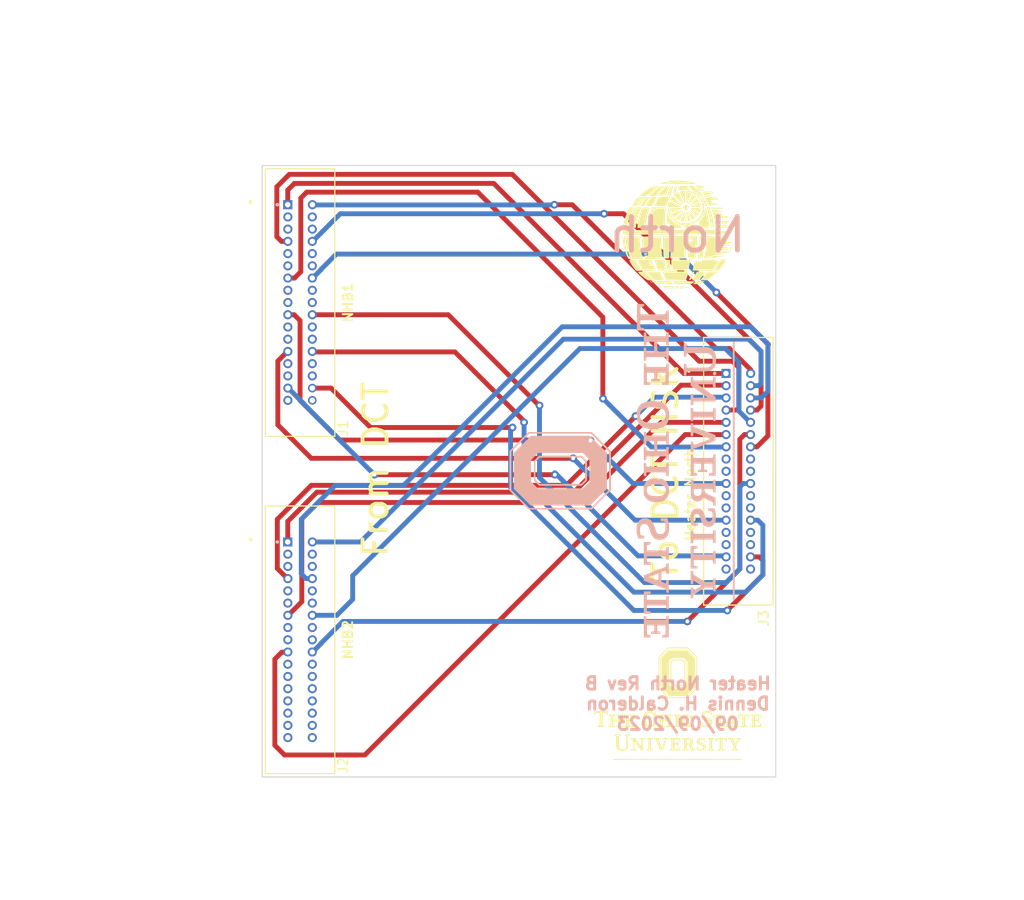
<source format=kicad_pcb>
(kicad_pcb (version 20221018) (generator pcbnew)
  (title_block (title "Heater North") (date "2023-09-09") (company "The Ohio State University") (comment 1 "Board Size: 2.5\" Wide; 2.1\" Deep") (comment 2 "Mounting Holes are #4-40 clearnace size"))
  (layers (0 "F.Cu" signal) (31 "B.Cu" signal) (34 "B.Paste" user) (35 "F.Paste" user) (36 "B.SilkS" user "B.Silkscreen") (37 "F.SilkS" user "F.Silkscreen") (38 "B.Mask" user) (39 "F.Mask" user) (44 "Edge.Cuts" user))
  (net 0 "")
  (net 1 "/HB1_1")
  (net 2 "/HB1_2")
  (net 7 "/HB1_7")
  (net 8 "/HB1_8")
  (net 13 "/HB1_13")
  (net 14 "/HB1_14")
  (net 19 "/HB1_19")
  (net 20 "/HB1_20")
  (net 25 "/HB1_25")
  (net 26 "/HB1_26")
  (net 31 "/HB1_31")
  (net 32 "/HB1_32")
  (net 35 "/HB2_1")
  (net 36 "/HB2_2")
  (net 41 "/HB2_7")
  (net 42 "/HB2_8")
  (net 47 "/HB2_13")
  (net 48 "/HB2_14")
  (net 53 "/HB2_19")
  (net 54 "/HB2_20")
  (footprint "LOGO" (layer "F.Cu") (at 144.78 58.42)
    (fp_text reference "G***" hide)
    (fp_text value "LOGO" hide)
  )
  (footprint "MountingHole:MountingHole_3.2mm_M3_DIN965" (layer "F.Cu") (at 128.27 63.5)
    (fp_text reference "REF**" hide)
    (fp_text value "H1")
    (pad "" np_thru_hole circle (at 0 0) (size 3.2 3.2) (drill 3.2) (layers "*.Cu" "*.Mask"))
  )
  (footprint "HELIX:HELIX_DCT_ICDconnector34pin_corrected" (layer "F.Cu") (at 105.537 100.0506 -90)
    (fp_text reference "J2" (at 13.0556 -4.4704 90) (layer "F.SilkS"))
    (fp_text value "NHB2" (at 0.000001 -4.953 90) (layer "F.SilkS") (effects (font (thickness 0.2) bold)))
    (pad "1" thru_hole rect locked (at -10.16 1.28016 270) (size 0.9408 0.9408) (drill 0.56) (layers "*.Cu" "*.Mask") (net 35 "/HB2_1"))
    (pad "2" thru_hole circle locked (at -10.16 -1.28016 270) (size 0.9408 0.9408) (drill 0.56) (layers "*.Cu" "*.Mask") (net 36 "/HB2_2"))
    (pad "3" thru_hole circle locked (at -8.89 1.27 270) (size 0.9408 0.9408) (drill 0.56) (layers "*.Cu" "*.Mask"))
    (pad "4" thru_hole circle locked (at -8.89 -1.27 270) (size 0.9408 0.9408) (drill 0.56) (layers "*.Cu" "*.Mask"))
    (pad "5" thru_hole circle locked (at -7.62 1.27 270) (size 0.9408 0.9408) (drill 0.56) (layers "*.Cu" "*.Mask"))
    (pad "6" thru_hole circle locked (at -7.62 -1.27 270) (size 0.9408 0.9408) (drill 0.56) (layers "*.Cu" "*.Mask"))
    (pad "7" thru_hole circle locked (at -6.35 1.27 270) (size 0.9408 0.9408) (drill 0.56) (layers "*.Cu" "*.Mask") (net 41 "/HB2_7"))
    (pad "8" thru_hole circle locked (at -6.35 -1.27 270) (size 0.9408 0.9408) (drill 0.56) (layers "*.Cu" "*.Mask") (net 42 "/HB2_8"))
    (pad "9" thru_hole circle locked (at -5.08 1.27 270) (size 0.9408 0.9408) (drill 0.56) (layers "*.Cu" "*.Mask"))
    (pad "10" thru_hole circle locked (at -5.08 -1.27 270) (size 0.9408 0.9408) (drill 0.56) (layers "*.Cu" "*.Mask"))
    (pad "11" thru_hole circle locked (at -3.81 1.27 270) (size 0.9408 0.9408) (drill 0.56) (layers "*.Cu" "*.Mask"))
    (pad "12" thru_hole circle locked (at -3.81 -1.27 270) (size 0.9408 0.9408) (drill 0.56) (layers "*.Cu" "*.Mask"))
    (pad "13" thru_hole circle locked (at -2.54 1.27 270) (size 0.9408 0.9408) (drill 0.56) (layers "*.Cu" "*.Mask") (net 47 "/HB2_13"))
    (pad "14" thru_hole circle locked (at -2.54 -1.27 270) (size 0.9408 0.9408) (drill 0.56) (layers "*.Cu" "*.Mask") (net 48 "/HB2_14"))
    (pad "15" thru_hole circle locked (at -1.27 1.27 270) (size 0.9408 0.9408) (drill 0.56) (layers "*.Cu" "*.Mask"))
    (pad "16" thru_hole circle locked (at -1.27 -1.27 270) (size 0.9408 0.9408) (drill 0.56) (layers "*.Cu" "*.Mask"))
    (pad "17" thru_hole circle locked (at 0 1.27 270) (size 0.9408 0.9408) (drill 0.56) (layers "*.Cu" "*.Mask"))
    (pad "18" thru_hole circle locked (at 0 -1.27 270) (size 0.9408 0.9408) (drill 0.56) (layers "*.Cu" "*.Mask"))
    (pad "19" thru_hole circle locked (at 1.27 1.27 270) (size 0.9408 0.9408) (drill 0.56) (layers "*.Cu" "*.Mask") (net 53 "/HB2_19"))
    (pad "20" thru_hole circle locked (at 1.27 -1.27 270) (size 0.9408 0.9408) (drill 0.56) (layers "*.Cu" "*.Mask") (net 54 "/HB2_20"))
    (pad "21" thru_hole circle locked (at 2.54 1.27 270) (size 0.9408 0.9408) (drill 0.56) (layers "*.Cu" "*.Mask"))
    (pad "22" thru_hole circle locked (at 2.54 -1.27 270) (size 0.9408 0.9408) (drill 0.56) (layers "*.Cu" "*.Mask"))
    (pad "23" thru_hole circle locked (at 3.81 1.27 270) (size 0.9408 0.9408) (drill 0.56) (layers "*.Cu" "*.Mask"))
    (pad "24" thru_hole circle locked (at 3.81 -1.27 270) (size 0.9408 0.9408) (drill 0.56) (layers "*.Cu" "*.Mask"))
    (pad "25" thru_hole circle locked (at 5.08 1.27 270) (size 0.9408 0.9408) (drill 0.56) (layers "*.Cu" "*.Mask"))
    (pad "26" thru_hole circle locked (at 5.08 -1.27 270) (size 0.9408 0.9408) (drill 0.56) (layers "*.Cu" "*.Mask"))
    (pad "27" thru_hole circle locked (at 6.35 1.27 270) (size 0.9408 0.9408) (drill 0.56) (layers "*.Cu" "*.Mask"))
    (pad "28" thru_hole circle locked (at 6.35 -1.27 270) (size 0.9408 0.9408) (drill 0.56) (layers "*.Cu" "*.Mask"))
    (pad "29" thru_hole circle locked (at 7.62 1.27 270) (size 0.9408 0.9408) (drill 0.56) (layers "*.Cu" "*.Mask"))
    (pad "30" thru_hole circle locked (at 7.62 -1.27 270) (size 0.9408 0.9408) (drill 0.56) (layers "*.Cu" "*.Mask"))
    (pad "31" thru_hole circle locked (at 8.89 1.27 270) (size 0.9408 0.9408) (drill 0.56) (layers "*.Cu" "*.Mask"))
    (pad "32" thru_hole circle locked (at 8.89 -1.27 270) (size 0.9408 0.9408) (drill 0.56) (layers "*.Cu" "*.Mask"))
    (pad "33" thru_hole circle locked (at 10.16 1.27 270) (size 0.9408 0.9408) (drill 0.56) (layers "*.Cu" "*.Mask"))
    (pad "34" thru_hole circle locked (at 10.16 -1.27 270) (size 0.9408 0.9408) (drill 0.56) (layers "*.Cu" "*.Mask"))
  )
  (footprint "MountingHole:MountingHole_3.2mm_M3_DIN965" (layer "F.Cu") (at 128.27 101.6)
    (fp_text reference "REF**" hide)
    (fp_text value "H2")
    (pad "" np_thru_hole circle (at 0 0) (size 3.2 3.2) (drill 3.2) (layers "F&B.Cu" "*.Mask"))
  )
  (footprint "HELIX:HELIX_DCT_ICDconnector34pin_corrected" (layer "F.Cu") (at 151.0538 82.55 -90)
    (fp_text reference "J3" (at 15.2654 -2.62636 90) (layer "F.SilkS"))
    (fp_text value "Heater North" (at 2.4 4.99364 90) (layer "F.SilkS") (effects (font (thickness 0.2) bold)))
    (pad "1" thru_hole rect locked (at -10.16 1.28016 270) (size 0.9408 0.9408) (drill 0.56) (layers "*.Cu" "*.Mask") (net 1 "/HB1_1"))
    (pad "2" thru_hole circle locked (at -10.16 -1.28016 270) (size 0.9408 0.9408) (drill 0.56) (layers "*.Cu" "*.Mask") (net 2 "/HB1_2"))
    (pad "3" thru_hole circle locked (at -8.89 1.27 270) (size 0.9408 0.9408) (drill 0.56) (layers "*.Cu" "*.Mask") (net 35 "/HB2_1"))
    (pad "4" thru_hole circle locked (at -8.89 -1.27 270) (size 0.9408 0.9408) (drill 0.56) (layers "*.Cu" "*.Mask") (net 36 "/HB2_2"))
    (pad "5" thru_hole circle locked (at -7.62 1.27 270) (size 0.9408 0.9408) (drill 0.56) (layers "*.Cu" "*.Mask") (net 41 "/HB2_7"))
    (pad "6" thru_hole circle locked (at -7.62 -1.27 270) (size 0.9408 0.9408) (drill 0.56) (layers "*.Cu" "*.Mask") (net 42 "/HB2_8"))
    (pad "7" thru_hole circle locked (at -6.35 1.27 270) (size 0.9408 0.9408) (drill 0.56) (layers "*.Cu" "*.Mask") (net 7 "/HB1_7"))
    (pad "8" thru_hole circle locked (at -6.35 -1.27 270) (size 0.9408 0.9408) (drill 0.56) (layers "*.Cu" "*.Mask") (net 8 "/HB1_8"))
    (pad "9" thru_hole circle locked (at -5.08 1.27 270) (size 0.9408 0.9408) (drill 0.56) (layers "*.Cu" "*.Mask") (net 47 "/HB2_13"))
    (pad "10" thru_hole circle locked (at -5.08 -1.27 270) (size 0.9408 0.9408) (drill 0.56) (layers "*.Cu" "*.Mask") (net 48 "/HB2_14"))
    (pad "11" thru_hole circle locked (at -3.81 1.27 270) (size 0.9408 0.9408) (drill 0.56) (layers "*.Cu" "*.Mask") (net 53 "/HB2_19"))
    (pad "12" thru_hole circle locked (at -3.81 -1.27 270) (size 0.9408 0.9408) (drill 0.56) (layers "*.Cu" "*.Mask") (net 54 "/HB2_20"))
    (pad "13" thru_hole circle locked (at -2.54 1.27 270) (size 0.9408 0.9408) (drill 0.56) (layers "*.Cu" "*.Mask") (net 13 "/HB1_13"))
    (pad "14" thru_hole circle locked (at -2.54 -1.27 270) (size 0.9408 0.9408) (drill 0.56) (layers "*.Cu" "*.Mask") (net 14 "/HB1_14"))
    (pad "15" thru_hole circle locked (at -1.27 1.27 270) (size 0.9408 0.9408) (drill 0.56) (layers "*.Cu" "*.Mask"))
    (pad "16" thru_hole circle locked (at -1.27 -1.27 270) (size 0.9408 0.9408) (drill 0.56) (layers "*.Cu" "*.Mask"))
    (pad "17" thru_hole circle locked (at 0 1.27 270) (size 0.9408 0.9408) (drill 0.56) (layers "*.Cu" "*.Mask"))
    (pad "18" thru_hole circle locked (at 0 -1.27 270) (size 0.9408 0.9408) (drill 0.56) (layers "*.Cu" "*.Mask"))
    (pad "19" thru_hole circle locked (at 1.27 1.27 270) (size 0.9408 0.9408) (drill 0.56) (layers "*.Cu" "*.Mask") (net 19 "/HB1_19"))
    (pad "20" thru_hole circle locked (at 1.27 -1.27 270) (size 0.9408 0.9408) (drill 0.56) (layers "*.Cu" "*.Mask") (net 20 "/HB1_20"))
    (pad "21" thru_hole circle locked (at 2.54 1.27 270) (size 0.9408 0.9408) (drill 0.56) (layers "*.Cu" "*.Mask"))
    (pad "22" thru_hole circle locked (at 2.54 -1.27 270) (size 0.9408 0.9408) (drill 0.56) (layers "*.Cu" "*.Mask"))
    (pad "23" thru_hole circle locked (at 3.81 1.27 270) (size 0.9408 0.9408) (drill 0.56) (layers "*.Cu" "*.Mask"))
    (pad "24" thru_hole circle locked (at 3.81 -1.27 270) (size 0.9408 0.9408) (drill 0.56) (layers "*.Cu" "*.Mask"))
    (pad "25" thru_hole circle locked (at 5.08 1.27 270) (size 0.9408 0.9408) (drill 0.56) (layers "*.Cu" "*.Mask") (net 25 "/HB1_25"))
    (pad "26" thru_hole circle locked (at 5.08 -1.27 270) (size 0.9408 0.9408) (drill 0.56) (layers "*.Cu" "*.Mask") (net 26 "/HB1_26"))
    (pad "27" thru_hole circle locked (at 6.35 1.27 270) (size 0.9408 0.9408) (drill 0.56) (layers "*.Cu" "*.Mask"))
    (pad "28" thru_hole circle locked (at 6.35 -1.27 270) (size 0.9408 0.9408) (drill 0.56) (layers "*.Cu" "*.Mask"))
    (pad "29" thru_hole circle locked (at 7.62 1.27 270) (size 0.9408 0.9408) (drill 0.56) (layers "*.Cu" "*.Mask"))
    (pad "30" thru_hole circle locked (at 7.62 -1.27 270) (size 0.9408 0.9408) (drill 0.56) (layers "*.Cu" "*.Mask"))
    (pad "31" thru_hole circle locked (at 8.89 1.27 270) (size 0.9408 0.9408) (drill 0.56) (layers "*.Cu" "*.Mask") (net 31 "/HB1_31"))
    (pad "32" thru_hole circle locked (at 8.89 -1.27 270) (size 0.9408 0.9408) (drill 0.56) (layers "*.Cu" "*.Mask") (net 32 "/HB1_32"))
    (pad "33" thru_hole circle locked (at 10.16 1.27 270) (size 0.9408 0.9408) (drill 0.56) (layers "*.Cu" "*.Mask"))
    (pad "34" thru_hole circle locked (at 10.16 -1.27 270) (size 0.9408 0.9408) (drill 0.56) (layers "*.Cu" "*.Mask"))
  )
  (footprint "Fun_Logos:Medium OSU" (layer "F.Cu") (at 144.772052 106.68)
    (fp_text reference "G***" hide)
    (fp_text value "Medium OSU" hide)
  )
  (footprint "HELIX:HELIX_DCT_ICDconnector34pin_corrected" (layer "F.Cu") (at 105.537 65.024 -90)
    (fp_text reference "J1" (at 13.0556 -4.4704 90) (layer "F.SilkS"))
    (fp_text value "NHB1" (at 0.000001 -4.97 90) (layer "F.SilkS") (effects (font (thickness 0.2) bold)))
    (pad "1" thru_hole rect locked (at -10.16 1.28016 270) (size 0.9408 0.9408) (drill 0.56) (layers "*.Cu" "*.Mask") (net 1 "/HB1_1"))
    (pad "2" thru_hole circle locked (at -10.16 -1.28016 270) (size 0.9408 0.9408) (drill 0.56) (layers "*.Cu" "*.Mask") (net 2 "/HB1_2"))
    (pad "3" thru_hole circle locked (at -8.89 1.27 270) (size 0.9408 0.9408) (drill 0.56) (layers "*.Cu" "*.Mask"))
    (pad "4" thru_hole circle locked (at -8.89 -1.27 270) (size 0.9408 0.9408) (drill 0.56) (layers "*.Cu" "*.Mask"))
    (pad "5" thru_hole circle locked (at -7.62 1.27 270) (size 0.9408 0.9408) (drill 0.56) (layers "*.Cu" "*.Mask"))
    (pad "6" thru_hole circle locked (at -7.62 -1.27 270) (size 0.9408 0.9408) (drill 0.56) (layers "*.Cu" "*.Mask"))
    (pad "7" thru_hole circle locked (at -6.35 1.27 270) (size 0.9408 0.9408) (drill 0.56) (layers "*.Cu" "*.Mask") (net 7 "/HB1_7"))
    (pad "8" thru_hole circle locked (at -6.35 -1.27 270) (size 0.9408 0.9408) (drill 0.56) (layers "*.Cu" "*.Mask") (net 8 "/HB1_8"))
    (pad "9" thru_hole circle locked (at -5.08 1.27 270) (size 0.9408 0.9408) (drill 0.56) (layers "*.Cu" "*.Mask"))
    (pad "10" thru_hole circle locked (at -5.08 -1.27 270) (size 0.9408 0.9408) (drill 0.56) (layers "*.Cu" "*.Mask"))
    (pad "11" thru_hole circle locked (at -3.81 1.27 270) (size 0.9408 0.9408) (drill 0.56) (layers "*.Cu" "*.Mask"))
    (pad "12" thru_hole circle locked (at -3.81 -1.27 270) (size 0.9408 0.9408) (drill 0.56) (layers "*.Cu" "*.Mask"))
    (pad "13" thru_hole circle locked (at -2.54 1.27 270) (size 0.9408 0.9408) (drill 0.56) (layers "*.Cu" "*.Mask") (net 13 "/HB1_13"))
    (pad "14" thru_hole circle locked (at -2.54 -1.27 270) (size 0.9408 0.9408) (drill 0.56) (layers "*.Cu" "*.Mask") (net 14 "/HB1_14"))
    (pad "15" thru_hole circle locked (at -1.27 1.27 270) (size 0.9408 0.9408) (drill 0.56) (layers "*.Cu" "*.Mask"))
    (pad "16" thru_hole circle locked (at -1.27 -1.27 270) (size 0.9408 0.9408) (drill 0.56) (layers "*.Cu" "*.Mask"))
    (pad "17" thru_hole circle locked (at 0 1.27 270) (size 0.9408 0.9408) (drill 0.56) (layers "*.Cu" "*.Mask"))
    (pad "18" thru_hole circle locked (at 0 -1.27 270) (size 0.9408 0.9408) (drill 0.56) (layers "*.Cu" "*.Mask"))
    (pad "19" thru_hole circle locked (at 1.27 1.27 270) (size 0.9408 0.9408) (drill 0.56) (layers "*.Cu" "*.Mask") (net 19 "/HB1_19"))
    (pad "20" thru_hole circle locked (at 1.27 -1.27 270) (size 0.9408 0.9408) (drill 0.56) (layers "*.Cu" "*.Mask") (net 20 "/HB1_20"))
    (pad "21" thru_hole circle locked (at 2.54 1.27 270) (size 0.9408 0.9408) (drill 0.56) (layers "*.Cu" "*.Mask"))
    (pad "22" thru_hole circle locked (at 2.54 -1.27 270) (size 0.9408 0.9408) (drill 0.56) (layers "*.Cu" "*.Mask"))
    (pad "23" thru_hole circle locked (at 3.81 1.27 270) (size 0.9408 0.9408) (drill 0.56) (layers "*.Cu" "*.Mask"))
    (pad "24" thru_hole circle locked (at 3.81 -1.27 270) (size 0.9408 0.9408) (drill 0.56) (layers "*.Cu" "*.Mask"))
    (pad "25" thru_hole circle locked (at 5.08 1.27 270) (size 0.9408 0.9408) (drill 0.56) (layers "*.Cu" "*.Mask") (net 25 "/HB1_25"))
    (pad "26" thru_hole circle locked (at 5.08 -1.27 270) (size 0.9408 0.9408) (drill 0.56) (layers "*.Cu" "*.Mask") (net 26 "/HB1_26"))
    (pad "27" thru_hole circle locked (at 6.35 1.27 270) (size 0.9408 0.9408) (drill 0.56) (layers "*.Cu" "*.Mask"))
    (pad "28" thru_hole circle locked (at 6.35 -1.27 270) (size 0.9408 0.9408) (drill 0.56) (layers "*.Cu" "*.Mask"))
    (pad "29" thru_hole circle locked (at 7.62 1.27 270) (size 0.9408 0.9408) (drill 0.56) (layers "*.Cu" "*.Mask"))
    (pad "30" thru_hole circle locked (at 7.62 -1.27 270) (size 0.9408 0.9408) (drill 0.56) (layers "*.Cu" "*.Mask"))
    (pad "31" thru_hole circle locked (at 8.89 1.27 270) (size 0.9408 0.9408) (drill 0.56) (layers "*.Cu" "*.Mask") (net 31 "/HB1_31"))
    (pad "32" thru_hole circle locked (at 8.89 -1.27 270) (size 0.89 0.89) (drill 0.56) (layers "*.Cu" "*.Mask") (net 32 "/HB1_32"))
    (pad "33" thru_hole circle locked (at 10.16 1.27 270) (size 0.9408 0.9408) (drill 0.56) (layers "*.Cu" "*.Mask"))
    (pad "34" thru_hole circle locked (at 10.16 -1.27 270) (size 0.89 0.89) (drill 0.56) (layers "*.Cu" "*.Mask"))
  )
  (footprint "Fun_Logos:Super Large OSU" (layer "B.Cu") (at 138.9634 82.4992 -90)
    (fp_text reference "G***" hide)
    (fp_text value "" hide)
  )
  (gr_circle locked (center 103.1748 89.8906) (end 103.2002 89.8906) (stroke (width 0.15)) (fill none) (layer "B.SilkS"))
  (gr_circle (center 103.1748 54.864) (end 103.2002 54.864) (stroke (width 0.15)) (fill none) (layer "B.SilkS"))
  (gr_circle (center 148.59 72.39) (end 148.6154 72.39) (stroke (width 0.15)) (fill none) (layer "B.SilkS"))
  (gr_circle (center 148.59 72.39) (end 148.6154 72.39) (stroke (width 0.15)) (fill none) (layer "F.SilkS"))
  (gr_circle locked (center 103.1748 89.8906) (end 103.1748 89.916) (stroke (width 0.15)) (fill none) (layer "F.SilkS"))
  (gr_circle (center 103.1748 54.864) (end 103.1748 54.8894) (stroke (width 0.15)) (fill none) (layer "F.SilkS"))
  (gr_rect locked (start 101.6 50.8) (end 154.94 114.3) (stroke (width 0.1)) (fill none) (layer "Edge.Cuts"))
  (gr_text "North" (at 137.288718 60.042675) (layer "B.SilkS") (effects (font (size 3.5 3.5) (thickness 0.5)) (justify right bottom mirror)))
  (gr_text "Heater North Rev B\nDennis H. Calderon\n09/09/2023" (at 144.772051 106.68811) (layer "B.SilkS") (effects (font (size 1.3 1.3) (thickness 0.3) bold) (justify mirror)))
  (gr_text "To DCT HSK\n" (at 144.9578 94.090477 90) (layer "F.SilkS") (effects (font (size 2.5 2.5) (thickness 0.4)) (justify left bottom)))
  (gr_text "From DCT" (at 114.8498 91.668219 90) (layer "F.SilkS") (effects (font (size 2.5 2.5) (thickness 0.4)) (justify left bottom)))
  (segment (start 149.77364 72.39) (end 145.3896 72.39) (width 0.508) (layer "F.Cu") (net 1))
  (segment (start 104.25684 53.35016) (end 104.25684 54.864) (width 0.508) (layer "F.Cu") (net 1))
  (segment (start 125.6538 52.6542) (end 104.9528 52.6542) (width 0.508) (layer "F.Cu") (net 1))
  (segment (start 104.9528 52.6542) (end 104.25684 53.35016) (width 0.508) (layer "F.Cu") (net 1))
  (segment (start 145.3896 72.39) (end 125.6538 52.6542) (width 0.508) (layer "F.Cu") (net 1))
  (segment (start 152.33396 72.007656) (end 152.33396 72.39) (width 0.508) (layer "F.Cu") (net 2))
  (segment (start 148.7424 69.7992) (end 150.125504 69.7992) (width 0.508) (layer "F.Cu") (net 2))
  (segment (start 150.125504 69.7992) (end 152.33396 72.007656) (width 0.508) (layer "F.Cu") (net 2))
  (segment (start 133.813284 54.870084) (end 148.7424 69.7992) (width 0.508) (layer "F.Cu") (net 2))
  (segment (start 131.946916 54.870084) (end 133.813284 54.870084) (width 0.508) (layer "F.Cu") (net 2))
  (via (at 131.946916 54.870084) (size 0.8) (drill 0.4) (layers "F.Cu" "B.Cu") (net 2))
  (segment (start 131.946916 54.870084) (end 131.9276 54.8894) (width 0.508) (layer "B.Cu") (net 2))
  (segment (start 106.84256 54.8894) (end 106.81716 54.864) (width 0.508) (layer "B.Cu") (net 2))
  (segment (start 131.9276 54.8894) (end 106.84256 54.8894) (width 0.508) (layer "B.Cu") (net 2))
  (segment (start 151.1046 76.0222) (end 151.1046 71.77956) (width 0.508) (layer "F.Cu") (net 7))
  (segment (start 104.4194 51.7144) (end 103.124 53.0098) (width 0.508) (layer "F.Cu") (net 7))
  (segment (start 127.5842 51.7144) (end 104.4194 51.7144) (width 0.508) (layer "F.Cu") (net 7))
  (segment (start 150.44624 71.1212) (end 146.991 71.1212) (width 0.508) (layer "F.Cu") (net 7))
  (segment (start 103.124 58.196246) (end 103.601754 58.674) (width 0.508) (layer "F.Cu") (net 7))
  (segment (start 150.938577 76.188223) (end 151.1046 76.0222) (width 0.508) (layer "F.Cu") (net 7))
  (segment (start 151.1046 71.77956) (end 150.44624 71.1212) (width 0.508) (layer "F.Cu") (net 7))
  (segment (start 149.864623 76.188223) (end 150.938577 76.188223) (width 0.508) (layer "F.Cu") (net 7))
  (segment (start 146.991 71.1212) (end 127.5842 51.7144) (width 0.508) (layer "F.Cu") (net 7))
  (segment (start 103.601754 58.674) (end 104.267 58.674) (width 0.508) (layer "F.Cu") (net 7))
  (segment (start 103.124 53.0098) (end 103.124 58.196246) (width 0.508) (layer "F.Cu") (net 7))
  (segment (start 137.1092 55.8038) (end 139.1242 55.8038) (width 0.508) (layer "F.Cu") (net 8))
  (segment (start 139.1242 55.8038) (end 153.416 70.0956) (width 0.508) (layer "F.Cu") (net 8))
  (segment (start 153.416 70.0956) (end 153.416 75.773046) (width 0.508) (layer "F.Cu") (net 8))
  (segment (start 152.989046 76.2) (end 152.3238 76.2) (width 0.508) (layer "F.Cu") (net 8))
  (segment (start 153.416 75.773046) (end 152.989046 76.2) (width 0.508) (layer "F.Cu") (net 8))
  (via (at 137.1092 55.8038) (size 0.8) (drill 0.4) (layers "F.Cu" "B.Cu") (net 8))
  (segment (start 106.8443 58.674) (end 106.807 58.674) (width 0.508) (layer "B.Cu") (net 8))
  (segment (start 109.7145 55.8038) (end 106.8443 58.674) (width 0.508) (layer "B.Cu") (net 8))
  (segment (start 137.1092 55.8038) (end 109.7145 55.8038) (width 0.508) (layer "B.Cu") (net 8))
  (segment (start 104.9609 62.484) (end 104.267 62.484) (width 0.508) (layer "F.Cu") (net 13))
  (segment (start 106.226 53.5654) (end 105.6132 54.1782) (width 0.508) (layer "F.Cu") (net 13))
  (segment (start 136.9822 66.548) (end 123.9996 53.5654) (width 0.508) (layer "F.Cu") (net 13))
  (segment (start 123.9996 53.5654) (end 106.226 53.5654) (width 0.508) (layer "F.Cu") (net 13))
  (segment (start 105.6132 61.8317) (end 104.9609 62.484) (width 0.508) (layer "F.Cu") (net 13))
  (segment (start 137.002 75.0056) (end 136.9822 74.9858) (width 0.508) (layer "F.Cu") (net 13))
  (segment (start 136.9822 74.9858) (end 136.9822 66.548) (width 0.508) (layer "F.Cu") (net 13))
  (segment (start 105.6132 54.1782) (end 105.6132 61.8317) (width 0.508) (layer "F.Cu") (net 13))
  (via (at 137.002 75.0056) (size 0.8) (drill 0.4) (layers "F.Cu" "B.Cu") (net 13))
  (segment (start 137.002 75.0056) (end 142.0318 80.0354) (width 0.508) (layer "B.Cu") (net 13))
  (segment (start 149.7584 80.0354) (end 149.7838 80.01) (width 0.508) (layer "B.Cu") (net 13))
  (segment (start 142.0318 80.0354) (end 149.7584 80.0354) (width 0.508) (layer "B.Cu") (net 13))
  (segment (start 154.124 78.875046) (end 152.989046 80.01) (width 0.508) (layer "F.Cu") (net 14))
  (segment (start 153.9931 69.1967) (end 154.124 69.3276) (width 0.508) (layer "F.Cu") (net 14))
  (segment (start 154.124 69.3276) (end 154.124 78.875046) (width 0.508) (layer "F.Cu") (net 14))
  (segment (start 153.9931 69.1967) (end 154.178 69.3816) (width 0.508) (layer "F.Cu") (net 14))
  (segment (start 152.989046 80.01) (end 152.3238 80.01) (width 0.508) (layer "F.Cu") (net 14))
  (segment (start 148.7734 63.977) (end 153.9931 69.1967) (width 0.508) (layer "F.Cu") (net 14))
  (via (at 148.7734 63.977) (size 0.8) (drill 0.4) (layers "F.Cu" "B.Cu") (net 14))
  (segment (start 144.7912 59.9948) (end 109.2962 59.9948) (width 0.508) (layer "B.Cu") (net 14))
  (segment (start 107.7314 61.5596) (end 107.7314 61.5969) (width 0.508) (layer "B.Cu") (net 14))
  (segment (start 148.7734 63.977) (end 144.7912 59.9948) (width 0.508) (layer "B.Cu") (net 14))
  (segment (start 109.2962 59.9948) (end 107.7314 61.5596) (width 0.508) (layer "B.Cu") (net 14))
  (segment (start 107.7314 61.5969) (end 106.8443 62.484) (width 0.508) (layer "B.Cu") (net 14))
  (segment (start 106.8443 62.484) (end 106.807 62.484) (width 0.508) (layer "B.Cu") (net 14))
  (segment (start 135.702 79.3596) (end 135.648 79.3056) (width 0.508) (layer "F.Cu") (net 19))
  (segment (start 105.537 75.185378) (end 105.537 66.9036) (width 0.508) (layer "F.Cu") (net 19))
  (segment (start 135.648 79.3056) (end 109.657222 79.3056) (width 0.508) (layer "F.Cu") (net 19))
  (segment (start 104.9274 66.294) (end 104.267 66.294) (width 0.508) (layer "F.Cu") (net 19))
  (segment (start 105.537 66.9036) (end 104.9274 66.294) (width 0.508) (layer "F.Cu") (net 19))
  (segment (start 109.657222 79.3056) (end 105.537 75.185378) (width 0.508) (layer "F.Cu") (net 19))
  (via (at 135.702 79.3596) (size 0.8) (drill 0.4) (layers "F.Cu" "B.Cu") (net 19))
  (segment (start 135.702 79.3596) (end 137.556 81.2136) (width 0.508) (layer "B.Cu") (net 19))
  (segment (start 137.556 81.2596) (end 140.1164 83.82) (width 0.508) (layer "B.Cu") (net 19))
  (segment (start 140.1164 83.82) (end 149.7838 83.82) (width 0.508) (layer "B.Cu") (net 19))
  (segment (start 137.556 81.2136) (end 137.556 81.2596) (width 0.508) (layer "B.Cu") (net 19))
  (segment (start 130.402 75.7174) (end 130.3528 75.7174) (width 0.508) (layer "F.Cu") (net 20))
  (segment (start 120.9294 66.294) (end 106.807 66.294) (width 0.508) (layer "F.Cu") (net 20))
  (segment (start 130.3528 75.7174) (end 120.9294 66.294) (width 0.508) (layer "F.Cu") (net 20))
  (via (at 130.402 75.7174) (size 0.8) (drill 0.4) (layers "F.Cu" "B.Cu") (net 20))
  (segment (start 130.402 75.7174) (end 130.402 83.2056) (width 0.508) (layer "B.Cu") (net 20))
  (segment (start 141.302 94.1056) (end 149.7852 94.1056) (width 0.508) (layer "B.Cu") (net 20))
  (segment (start 130.402 83.2056) (end 141.302 94.1056) (width 0.508) (layer "B.Cu") (net 20))
  (segment (start 149.7852 94.1056) (end 151.2062 92.6846) (width 0.508) (layer "B.Cu") (net 20))
  (segment (start 151.2062 84.1756) (end 151.5618 83.82) (width 0.508) (layer "B.Cu") (net 20))
  (segment (start 151.2062 92.6846) (end 151.2062 84.1756) (width 0.508) (layer "B.Cu") (net 20))
  (segment (start 151.5618 83.82) (end 152.3238 83.82) (width 0.508) (layer "B.Cu") (net 20))
  (segment (start 106.702 81.2056) (end 103.2256 77.7292) (width 0.508) (layer "F.Cu") (net 25))
  (segment (start 103.2256 77.7292) (end 103.2256 71.1081) (width 0.508) (layer "F.Cu") (net 25))
  (segment (start 133.902 81.2056) (end 106.702 81.2056) (width 0.508) (layer "F.Cu") (net 25))
  (segment (start 103.2256 71.1081) (end 104.2297 70.104) (width 0.508) (layer "F.Cu") (net 25))
  (segment (start 104.2297 70.104) (end 104.267 70.104) (width 0.508) (layer "F.Cu") (net 25))
  (via (at 133.902 81.2056) (size 0.8) (drill 0.4) (layers "F.Cu" "B.Cu") (net 25))
  (segment (start 133.902 81.2056) (end 140.3264 87.63) (width 0.508) (layer "B.Cu") (net 25))
  (segment (start 140.3264 87.63) (end 149.7838 87.63) (width 0.508) (layer "B.Cu") (net 25))
  (segment (start 121.6152 70.1548) (end 106.8578 70.1548) (width 0.508) (layer "F.Cu") (net 26))
  (segment (start 128.802 77.3416) (end 121.6152 70.1548) (width 0.508) (layer "F.Cu") (net 26))
  (segment (start 128.802 77.47) (end 128.802 77.3416) (width 0.508) (layer "F.Cu") (net 26))
  (segment (start 106.8578 70.1548) (end 106.807 70.104) (width 0.508) (layer "F.Cu") (net 26))
  (via (at 128.802 77.47) (size 0.8) (drill 0.4) (layers "F.Cu" "B.Cu") (net 26))
  (segment (start 140.202 95.1056) (end 151.8078 95.1056) (width 0.508) (layer "B.Cu") (net 26))
  (segment (start 153.081646 87.63) (end 152.3238 87.63) (width 0.508) (layer "B.Cu") (net 26))
  (segment (start 128.802 77.47) (end 128.802 83.7056) (width 0.508) (layer "B.Cu") (net 26))
  (segment (start 153.602 88.150354) (end 153.081646 87.63) (width 0.508) (layer "B.Cu") (net 26))
  (segment (start 151.8078 95.1056) (end 153.602 93.3114) (width 0.508) (layer "B.Cu") (net 26))
  (segment (start 153.602 93.3114) (end 153.602 88.150354) (width 0.508) (layer "B.Cu") (net 26))
  (segment (start 128.802 83.7056) (end 140.202 95.1056) (width 0.508) (layer "B.Cu") (net 26))
  (segment (start 113.257222 82.9056) (end 132.002 82.9056) (width 0.508) (layer "F.Cu") (net 31))
  (via (at 113.257222 82.9056) (size 0.8) (drill 0.4) (layers "F.Cu" "B.Cu") (net 31))
  (via (at 132.002 82.9056) (size 0.8) (drill 0.4) (layers "F.Cu" "B.Cu") (net 31))
  (segment (start 132.002 82.7056) (end 140.6348 91.3384) (width 0.508) (layer "B.Cu") (net 31))
  (segment (start 140.6348 91.3384) (end 149.6822 91.3384) (width 0.508) (layer "B.Cu") (net 31))
  (segment (start 105.908 75.5177) (end 104.3043 73.914) (width 0.508) (layer "B.Cu") (net 31))
  (segment (start 104.3043 73.914) (end 104.267 73.914) (width 0.508) (layer "B.Cu") (net 31))
  (segment (start 113.257222 82.9056) (end 105.908 75.556378) (width 0.508) (layer "B.Cu") (net 31))
  (segment (start 105.908 75.556378) (end 105.908 75.5177) (width 0.508) (layer "B.Cu") (net 31))
  (segment (start 149.6822 91.3384) (end 149.7838 91.44) (width 0.508) (layer "B.Cu") (net 31))
  (segment (start 127.602 78.0056) (end 112.8544 78.0056) (width 0.508) (layer "F.Cu") (net 32))
  (segment (start 112.8544 78.0056) (end 108.7628 73.914) (width 0.508) (layer "F.Cu") (net 32))
  (segment (start 149.902 97.0056) (end 153.602 93.3056) (width 0.508) (layer "F.Cu") (net 32))
  (segment (start 153.602 91.8056) (end 153.2364 91.44) (width 0.508) (layer "F.Cu") (net 32))
  (segment (start 108.7628 73.914) (end 106.807 73.914) (width 0.508) (layer "F.Cu") (net 32))
  (segment (start 153.602 93.3056) (end 153.602 91.8056) (width 0.508) (layer "F.Cu") (net 32))
  (segment (start 153.2364 91.44) (end 152.4164 91.44) (width 0.508) (layer "F.Cu") (net 32))
  (via (at 149.902 97.0056) (size 0.8) (drill 0.4) (layers "F.Cu" "B.Cu") (net 32))
  (via (at 127.602 78.0056) (size 0.8) (drill 0.4) (layers "F.Cu" "B.Cu") (net 32))
  (segment (start 140.202 97.0056) (end 127.402 84.2056) (width 0.508) (layer "B.Cu") (net 32))
  (segment (start 149.902 97.0056) (end 140.202 97.0056) (width 0.508) (layer "B.Cu") (net 32))
  (segment (start 127.402 78.2056) (end 127.602 78.0056) (width 0.508) (layer "B.Cu") (net 32))
  (segment (start 127.402 84.2056) (end 127.402 78.2056) (width 0.508) (layer "B.Cu") (net 32))
  (segment (start 107.286 84.7216) (end 104.25684 87.75076) (width 0.508) (layer "F.Cu") (net 35))
  (segment (start 133.986 84.7216) (end 107.286 84.7216) (width 0.508) (layer "F.Cu") (net 35))
  (segment (start 104.25684 87.75076) (end 104.25684 89.8906) (width 0.508) (layer "F.Cu") (net 35))
  (segment (start 149.7838 73.66) (end 149.733 73.6092) (width 0.508) (layer "F.Cu") (net 35))
  (segment (start 149.733 73.6092) (end 145.0984 73.6092) (width 0.508) (layer "F.Cu") (net 35))
  (segment (start 145.0984 73.6092) (end 133.986 84.7216) (width 0.508) (layer "F.Cu") (net 35))
  (segment (start 153.416 70.1196) (end 152.1304 68.834) (width 0.508) (layer "B.Cu") (net 36))
  (segment (start 111.817 89.8906) (end 106.81716 89.8906) (width 0.508) (layer "B.Cu") (net 36))
  (segment (start 152.1304 68.834) (end 132.8736 68.834) (width 0.508) (layer "B.Cu") (net 36))
  (segment (start 153.416 73.406) (end 153.416 70.1196) (width 0.508) (layer "B.Cu") (net 36))
  (segment (start 132.8736 68.834) (end 111.817 89.8906) (width 0.508) (layer "B.Cu") (net 36))
  (segment (start 153.162 73.66) (end 153.416 73.406) (width 0.508) (layer "B.Cu") (net 36))
  (segment (start 152.3238 73.66) (end 153.162 73.66) (width 0.508) (layer "B.Cu") (net 36))
  (segment (start 133.194 84.0136) (end 106.706 84.0136) (width 0.508) (layer "F.Cu") (net 41))
  (segment (start 140.3792 76.8284) (end 133.194 84.0136) (width 0.508) (layer "F.Cu") (net 41))
  (segment (start 103.1748 92.6457) (end 104.2297 93.7006) (width 0.508) (layer "F.Cu") (net 41))
  (segment (start 104.2297 93.7006) (end 104.267 93.7006) (width 0.508) (layer "F.Cu") (net 41))
  (segment (start 106.706 84.0136) (end 103.1748 87.5448) (width 0.508) (layer "F.Cu") (net 41))
  (segment (start 103.1748 87.5448) (end 103.1748 92.6457) (width 0.508) (layer "F.Cu") (net 41))
  (via (at 140.3792 76.8284) (size 0.8) (drill 0.4) (layers "F.Cu" "B.Cu") (net 41))
  (segment (start 140.3792 76.8284) (end 142.3538 74.8538) (width 0.508) (layer "B.Cu") (net 41))
  (segment (start 142.3538 74.8538) (end 149.7076 74.8538) (width 0.508) (layer "B.Cu") (net 41))
  (segment (start 149.7076 74.8538) (end 149.7838 74.93) (width 0.508) (layer "B.Cu") (net 41))
  (segment (start 153.4414 74.93) (end 154.124 74.2474) (width 0.508) (layer "B.Cu") (net 42))
  (segment (start 116.2844 84.0232) (end 109.1692 84.0232) (width 0.508) (layer "B.Cu") (net 42))
  (segment (start 154.124 69.3388) (end 152.330524 67.545324) (width 0.508) (layer "B.Cu") (net 42))
  (segment (start 105.664 87.5284) (end 105.664 93.1926) (width 0.508) (layer "B.Cu") (net 42))
  (segment (start 154.124 74.2474) (end 154.124 69.3388) (width 0.508) (layer "B.Cu") (net 42))
  (segment (start 152.3238 74.93) (end 153.4414 74.93) (width 0.508) (layer "B.Cu") (net 42))
  (segment (start 105.664 93.1926) (end 106.172 93.7006) (width 0.508) (layer "B.Cu") (net 42))
  (segment (start 132.762276 67.545324) (end 116.2844 84.0232) (width 0.508) (layer "B.Cu") (net 42))
  (segment (start 106.172 93.7006) (end 106.807 93.7006) (width 0.508) (layer "B.Cu") (net 42))
  (segment (start 109.1692 84.0232) (end 105.664 87.5284) (width 0.508) (layer "B.Cu") (net 42))
  (segment (start 152.330524 67.545324) (end 132.762276 67.545324) (width 0.508) (layer "B.Cu") (net 42))
  (segment (start 105.7148 87.4928) (end 105.7148 96.1001) (width 0.508) (layer "F.Cu") (net 47))
  (segment (start 134.7164 85.7912) (end 107.4164 85.7912) (width 0.508) (layer "F.Cu") (net 47))
  (segment (start 107.4164 85.7912) (end 105.7148 87.4928) (width 0.508) (layer "F.Cu") (net 47))
  (segment (start 104.3043 97.5106) (end 104.267 97.5106) (width 0.508) (layer "F.Cu") (net 47))
  (segment (start 149.7838 77.47) (end 143.0376 77.47) (width 0.508) (layer "F.Cu") (net 47))
  (segment (start 143.0376 77.47) (end 134.7164 85.7912) (width 0.508) (layer "F.Cu") (net 47))
  (segment (start 105.7148 96.1001) (end 104.3043 97.5106) (width 0.508) (layer "F.Cu") (net 47))
  (segment (start 110.998 95.8596) (end 109.347 97.5106) (width 0.508) (layer "B.Cu") (net 48))
  (segment (start 134.594261 69.8056) (end 110.998 93.401861) (width 0.508) (layer "B.Cu") (net 48))
  (segment (start 109.347 97.5106) (end 106.807 97.5106) (width 0.508) (layer "B.Cu") (net 48))
  (segment (start 152.3238 77.47) (end 152.2865 77.47) (width 0.508) (layer "B.Cu") (net 48))
  (segment (start 149.702 69.8056) (end 134.594261 69.8056) (width 0.508) (layer "B.Cu") (net 48))
  (segment (start 151.1046 71.2082) (end 149.702 69.8056) (width 0.508) (layer "B.Cu") (net 48))
  (segment (start 110.998 93.401861) (end 110.998 95.8596) (width 0.508) (layer "B.Cu") (net 48))
  (segment (start 151.1046 76.2881) (end 151.1046 71.2082) (width 0.508) (layer "B.Cu") (net 48))
  (segment (start 152.2865 77.47) (end 151.1046 76.2881) (width 0.508) (layer "B.Cu") (net 48))
  (segment (start 111.401507 112.014) (end 103.925246 112.014) (width 0.508) (layer "F.Cu") (net 53))
  (segment (start 149.7838 78.74) (end 145.542 78.74) (width 0.508) (layer "F.Cu") (net 53))
  (segment (start 103.632 101.346) (end 104.297246 101.346) (width 0.508) (layer "F.Cu") (net 53))
  (segment (start 103.925246 112.014) (end 102.917246 111.006) (width 0.508) (layer "F.Cu") (net 53))
  (segment (start 112.268 112.014) (end 109.2962 112.014) (width 0.508) (layer "F.Cu") (net 53))
  (segment (start 102.917246 102.060754) (end 103.632 101.346) (width 0.508) (layer "F.Cu") (net 53))
  (segment (start 102.917246 111.006) (end 102.917246 102.060754) (width 0.508) (layer "F.Cu") (net 53))
  (segment (start 145.542 78.74) (end 112.268 112.014) (width 0.508) (layer "F.Cu") (net 53))
  (segment (start 151.6888 78.74) (end 152.3238 78.74) (width 0.508) (layer "F.Cu") (net 54))
  (segment (start 145.762 98.1456) (end 151.2062 92.7014) (width 0.508) (layer "F.Cu") (net 54))
  (segment (start 151.2062 92.7014) (end 151.2062 79.2226) (width 0.508) (layer "F.Cu") (net 54))
  (segment (start 151.2062 79.2226) (end 151.6888 78.74) (width 0.508) (layer "F.Cu") (net 54))
  (via (at 145.762 98.1456) (size 0.8) (drill 0.4) (layers "F.Cu" "B.Cu") (net 54))
  (segment (start 145.762 98.1456) (end 109.982 98.1456) (width 0.508) (layer "B.Cu") (net 54))
  (segment (start 107.7314 100.4335) (end 106.8443 101.3206) (width 0.508) (layer "B.Cu") (net 54))
  (segment (start 109.982 98.1456) (end 107.7314 100.3962) (width 0.508) (layer "B.Cu") (net 54))
  (segment (start 107.7314 100.3962) (end 107.7314 100.4335) (width 0.508) (layer "B.Cu") (net 54))
  (segment (start 106.8443 101.3206) (end 106.807 101.3206) (width 0.508) (layer "B.Cu") (net 54))
)
</source>
